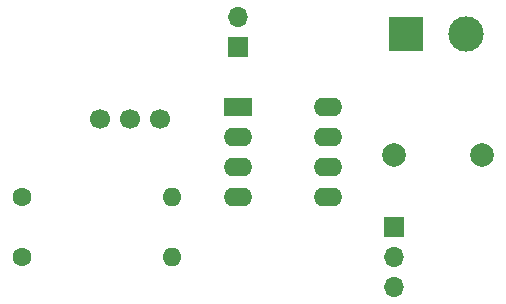
<source format=gbr>
%TF.GenerationSoftware,KiCad,Pcbnew,(5.1.6)-1*%
%TF.CreationDate,2023-06-29T19:29:05+02:00*%
%TF.ProjectId,carteAdaptationPiezo,63617274-6541-4646-9170-746174696f6e,rev?*%
%TF.SameCoordinates,Original*%
%TF.FileFunction,Copper,L1,Top*%
%TF.FilePolarity,Positive*%
%FSLAX46Y46*%
G04 Gerber Fmt 4.6, Leading zero omitted, Abs format (unit mm)*
G04 Created by KiCad (PCBNEW (5.1.6)-1) date 2023-06-29 19:29:05*
%MOMM*%
%LPD*%
G01*
G04 APERTURE LIST*
%TA.AperFunction,ComponentPad*%
%ADD10C,2.000000*%
%TD*%
%TA.AperFunction,ComponentPad*%
%ADD11R,1.700000X1.700000*%
%TD*%
%TA.AperFunction,ComponentPad*%
%ADD12O,1.700000X1.700000*%
%TD*%
%TA.AperFunction,ComponentPad*%
%ADD13R,3.000000X3.000000*%
%TD*%
%TA.AperFunction,ComponentPad*%
%ADD14C,3.000000*%
%TD*%
%TA.AperFunction,ComponentPad*%
%ADD15C,1.600000*%
%TD*%
%TA.AperFunction,ComponentPad*%
%ADD16O,1.600000X1.600000*%
%TD*%
%TA.AperFunction,ComponentPad*%
%ADD17C,1.700000*%
%TD*%
%TA.AperFunction,ComponentPad*%
%ADD18R,2.400000X1.600000*%
%TD*%
%TA.AperFunction,ComponentPad*%
%ADD19O,2.400000X1.600000*%
%TD*%
G04 APERTURE END LIST*
D10*
%TO.P,C1,1*%
%TO.N,12V*%
X174632000Y-142748000D03*
%TO.P,C1,2*%
%TO.N,GND*%
X167132000Y-142748000D03*
%TD*%
D11*
%TO.P,J1,1*%
%TO.N,12V*%
X167132000Y-148844000D03*
D12*
%TO.P,J1,2*%
%TO.N,GND*%
X167132000Y-151384000D03*
%TO.P,J1,3*%
%TO.N,Net-(J1-Pad3)*%
X167132000Y-153924000D03*
%TD*%
D11*
%TO.P,J2,1*%
%TO.N,Net-(J2-Pad1)*%
X153924000Y-133604000D03*
D12*
%TO.P,J2,2*%
%TO.N,GND*%
X153924000Y-131064000D03*
%TD*%
D13*
%TO.P,J3,1*%
%TO.N,GND*%
X168148000Y-132549001D03*
D14*
%TO.P,J3,2*%
%TO.N,12V*%
X173228000Y-132549001D03*
%TD*%
D15*
%TO.P,R1,1*%
%TO.N,Net-(R1-Pad1)*%
X135636000Y-151384000D03*
D16*
%TO.P,R1,2*%
%TO.N,GND*%
X148336000Y-151384000D03*
%TD*%
%TO.P,R2,2*%
%TO.N,Net-(R1-Pad1)*%
X148336000Y-146304000D03*
D15*
%TO.P,R2,1*%
%TO.N,Net-(R2-Pad1)*%
X135636000Y-146304000D03*
%TD*%
D17*
%TO.P,RV1,1*%
%TO.N,Net-(J2-Pad1)*%
X147320000Y-139700000D03*
%TO.P,RV1,2*%
%TO.N,Net-(R2-Pad1)*%
X144780000Y-139700000D03*
%TO.P,RV1,3*%
X142240000Y-139700000D03*
%TD*%
D18*
%TO.P,U1,1*%
%TO.N,Net-(J2-Pad1)*%
X153924000Y-138684000D03*
D19*
%TO.P,U1,5*%
%TO.N,N/C*%
X161544000Y-146304000D03*
%TO.P,U1,2*%
%TO.N,Net-(R1-Pad1)*%
X153924000Y-141224000D03*
%TO.P,U1,6*%
%TO.N,N/C*%
X161544000Y-143764000D03*
%TO.P,U1,3*%
%TO.N,Net-(J1-Pad3)*%
X153924000Y-143764000D03*
%TO.P,U1,7*%
%TO.N,N/C*%
X161544000Y-141224000D03*
%TO.P,U1,4*%
%TO.N,GND*%
X153924000Y-146304000D03*
%TO.P,U1,8*%
%TO.N,12V*%
X161544000Y-138684000D03*
%TD*%
M02*

</source>
